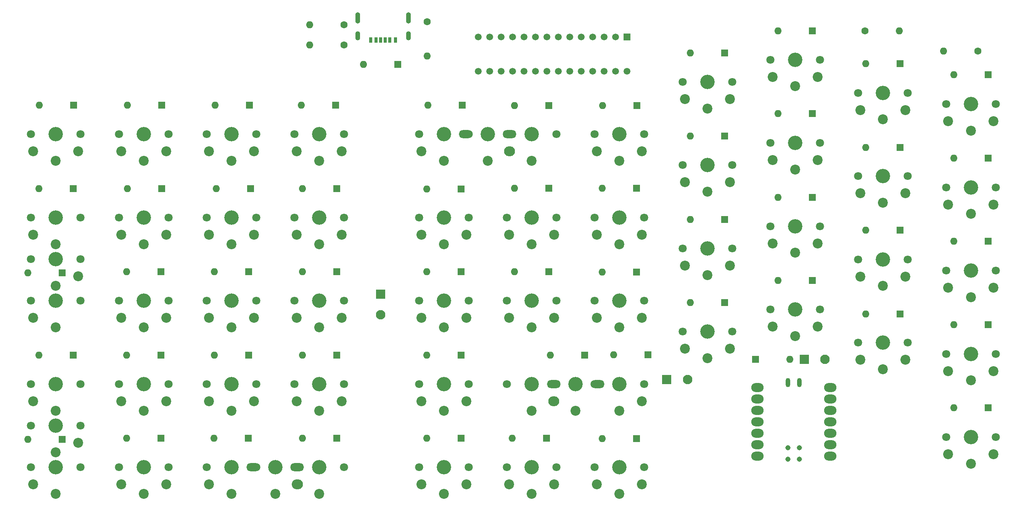
<source format=gts>
%TF.GenerationSoftware,KiCad,Pcbnew,(6.0.1)*%
%TF.CreationDate,2022-05-08T14:53:20-04:00*%
%TF.ProjectId,InductorSchem,496e6475-6374-46f7-9253-6368656d2e6b,1*%
%TF.SameCoordinates,Original*%
%TF.FileFunction,Soldermask,Top*%
%TF.FilePolarity,Negative*%
%FSLAX46Y46*%
G04 Gerber Fmt 4.6, Leading zero omitted, Abs format (unit mm)*
G04 Created by KiCad (PCBNEW (6.0.1)) date 2022-05-08 14:53:20*
%MOMM*%
%LPD*%
G01*
G04 APERTURE LIST*
G04 Aperture macros list*
%AMRoundRect*
0 Rectangle with rounded corners*
0 $1 Rounding radius*
0 $2 $3 $4 $5 $6 $7 $8 $9 X,Y pos of 4 corners*
0 Add a 4 corners polygon primitive as box body*
4,1,4,$2,$3,$4,$5,$6,$7,$8,$9,$2,$3,0*
0 Add four circle primitives for the rounded corners*
1,1,$1+$1,$2,$3*
1,1,$1+$1,$4,$5*
1,1,$1+$1,$6,$7*
1,1,$1+$1,$8,$9*
0 Add four rect primitives between the rounded corners*
20,1,$1+$1,$2,$3,$4,$5,0*
20,1,$1+$1,$4,$5,$6,$7,0*
20,1,$1+$1,$6,$7,$8,$9,0*
20,1,$1+$1,$8,$9,$2,$3,0*%
G04 Aperture macros list end*
%ADD10C,3.200000*%
%ADD11C,1.800000*%
%ADD12C,2.200000*%
%ADD13O,1.100000X2.500000*%
%ADD14O,1.100000X2.000000*%
%ADD15R,0.700000X1.200000*%
%ADD16R,0.760000X1.200000*%
%ADD17R,0.800000X1.200000*%
%ADD18O,3.050000X1.800000*%
%ADD19O,2.450000X2.200000*%
%ADD20R,1.600000X1.600000*%
%ADD21O,1.600000X1.600000*%
%ADD22RoundRect,0.250001X-0.799999X-0.799999X0.799999X-0.799999X0.799999X0.799999X-0.799999X0.799999X0*%
%ADD23C,2.100000*%
%ADD24C,1.600000*%
%ADD25O,2.748280X1.998980*%
%ADD26O,1.016000X2.032000*%
%ADD27C,1.143000*%
%ADD28R,1.498600X1.498600*%
%ADD29C,1.498600*%
%ADD30RoundRect,0.250001X-0.799999X0.799999X-0.799999X-0.799999X0.799999X-0.799999X0.799999X0.799999X0*%
G04 APERTURE END LIST*
D10*
%TO.C,SW54*%
X110858837Y-187250000D03*
D11*
X105358837Y-187250000D03*
X116358837Y-187250000D03*
D12*
X110858837Y-193150000D03*
X115858837Y-191050000D03*
%TD*%
D13*
%TO.C,J5*%
X177880000Y-96632500D03*
X189120000Y-96632500D03*
D14*
X177880000Y-100632500D03*
X189120000Y-100632500D03*
%TD*%
D15*
%TO.C,J1*%
X184000000Y-101582500D03*
D16*
X181980000Y-101582500D03*
D17*
X180750000Y-101582500D03*
D15*
X183000000Y-101582500D03*
D16*
X185020000Y-101582500D03*
D17*
X186250000Y-101582500D03*
D13*
X189120000Y-96632500D03*
X177880000Y-96632500D03*
D14*
X189120000Y-100632500D03*
X177880000Y-100632500D03*
%TD*%
D10*
%TO.C,SW3*%
X110858837Y-159500000D03*
D11*
X105358837Y-159500000D03*
X116358837Y-159500000D03*
D12*
X110858837Y-165400000D03*
X105858837Y-163300000D03*
%TD*%
D10*
%TO.C,SW53*%
X110858837Y-150250000D03*
D11*
X105358837Y-150250000D03*
X116358837Y-150250000D03*
D12*
X110858837Y-156150000D03*
X115858837Y-154050000D03*
%TD*%
D18*
%TO.C,SW73*%
X211600000Y-122500000D03*
D10*
X206750000Y-122500000D03*
D18*
X201875000Y-122500000D03*
D12*
X206750000Y-128400000D03*
D19*
X211625000Y-126300000D03*
%TD*%
D18*
%TO.C,SW68*%
X164458837Y-196500000D03*
D10*
X159608837Y-196500000D03*
D18*
X154733837Y-196500000D03*
D12*
X159608837Y-202400000D03*
D19*
X164483837Y-200300000D03*
%TD*%
D18*
%TO.C,SW29*%
X221400000Y-178000000D03*
D10*
X226250000Y-178000000D03*
D18*
X231125000Y-178000000D03*
D12*
X226250000Y-183900000D03*
D19*
X221375000Y-181800000D03*
%TD*%
D10*
%TO.C,SW24*%
X197000000Y-178000000D03*
D11*
X191500000Y-178000000D03*
X202500000Y-178000000D03*
D12*
X197000000Y-183900000D03*
X192000000Y-181800000D03*
%TD*%
D10*
%TO.C,SW51*%
X314000000Y-189791419D03*
D11*
X308500000Y-189791419D03*
X319500000Y-189791419D03*
D12*
X314000000Y-195691419D03*
X309000000Y-193591419D03*
%TD*%
D10*
%TO.C,SW44*%
X294500000Y-131804059D03*
D11*
X289000000Y-131804059D03*
X300000000Y-131804059D03*
D12*
X294500000Y-137704059D03*
X289500000Y-135604059D03*
%TD*%
D10*
%TO.C,SW23*%
X197000000Y-159500000D03*
D11*
X191500000Y-159500000D03*
X202500000Y-159500000D03*
D12*
X197000000Y-165400000D03*
X192000000Y-163300000D03*
%TD*%
D20*
%TO.C,D1*%
X266190000Y-172500000D03*
D21*
X273810000Y-172500000D03*
%TD*%
D10*
%TO.C,SW21*%
X197000000Y-122500000D03*
D11*
X191500000Y-122500000D03*
X202500000Y-122500000D03*
D12*
X197000000Y-128400000D03*
X192000000Y-126300000D03*
%TD*%
D22*
%TO.C,J3*%
X277000000Y-172500000D03*
D23*
X281600000Y-172500000D03*
%TD*%
D10*
%TO.C,SW40*%
X275000000Y-124426381D03*
D11*
X269500000Y-124426381D03*
X280500000Y-124426381D03*
D12*
X275000000Y-130326381D03*
X270000000Y-128226381D03*
%TD*%
D10*
%TO.C,SW47*%
X314000000Y-115791419D03*
D11*
X308500000Y-115791419D03*
X319500000Y-115791419D03*
D12*
X314000000Y-121691419D03*
X309000000Y-119591419D03*
%TD*%
D10*
%TO.C,SW25*%
X197000000Y-196500000D03*
D11*
X191500000Y-196500000D03*
X202500000Y-196500000D03*
D12*
X197000000Y-202400000D03*
X192000000Y-200300000D03*
%TD*%
D10*
%TO.C,SW37*%
X255500000Y-147858611D03*
D11*
X250000000Y-147858611D03*
X261000000Y-147858611D03*
D12*
X255500000Y-153758611D03*
X250500000Y-151658611D03*
%TD*%
D24*
%TO.C,R5*%
X290490000Y-99500000D03*
D21*
X298110000Y-99500000D03*
%TD*%
D10*
%TO.C,SW12*%
X149858837Y-141000000D03*
D11*
X144358837Y-141000000D03*
X155358837Y-141000000D03*
D12*
X149858837Y-146900000D03*
X144858837Y-144800000D03*
%TD*%
D10*
%TO.C,SW33*%
X236000000Y-159500000D03*
D11*
X230500000Y-159500000D03*
X241500000Y-159500000D03*
D12*
X236000000Y-165400000D03*
X231000000Y-163300000D03*
%TD*%
D20*
%TO.C,D54*%
X242310000Y-171500000D03*
D21*
X234690000Y-171500000D03*
%TD*%
D10*
%TO.C,SW49*%
X314000000Y-152791419D03*
D11*
X308500000Y-152791419D03*
X319500000Y-152791419D03*
D12*
X314000000Y-158691419D03*
X309000000Y-156591419D03*
%TD*%
D24*
%TO.C,R2*%
X174810000Y-98132500D03*
D21*
X167190000Y-98132500D03*
%TD*%
D25*
%TO.C,U1*%
X282781290Y-193999510D03*
X282781290Y-191459510D03*
X282781290Y-188919510D03*
X282781290Y-186379510D03*
X282781290Y-183839510D03*
X282781290Y-181299510D03*
X282781290Y-178759510D03*
X266616730Y-178759510D03*
X266616730Y-181299510D03*
X266616730Y-183839510D03*
X266616730Y-186379510D03*
X266616730Y-188919510D03*
X266616730Y-191459510D03*
X266616730Y-193999510D03*
D26*
X275914410Y-177681690D03*
X273364410Y-177681690D03*
D27*
X275915607Y-194685877D03*
X273375607Y-194685877D03*
X275915607Y-192145877D03*
X273375607Y-192145877D03*
%TD*%
D10*
%TO.C,SW28*%
X216500000Y-159500000D03*
D11*
X211000000Y-159500000D03*
X222000000Y-159500000D03*
D12*
X216500000Y-165400000D03*
X211500000Y-163300000D03*
%TD*%
D20*
%TO.C,D2*%
X186810000Y-107000000D03*
D21*
X179190000Y-107000000D03*
%TD*%
D10*
%TO.C,SW43*%
X294500000Y-113304059D03*
D11*
X289000000Y-113304059D03*
X300000000Y-113304059D03*
D12*
X294500000Y-119204059D03*
X289500000Y-117104059D03*
%TD*%
D10*
%TO.C,SW36*%
X255500000Y-129358611D03*
D11*
X250000000Y-129358611D03*
X261000000Y-129358611D03*
D12*
X255500000Y-135258611D03*
X250500000Y-133158611D03*
%TD*%
D10*
%TO.C,SW13*%
X149858837Y-159500000D03*
D11*
X144358837Y-159500000D03*
X155358837Y-159500000D03*
D12*
X149858837Y-165400000D03*
X144858837Y-163300000D03*
%TD*%
D10*
%TO.C,SW4*%
X110858837Y-178000000D03*
D11*
X105358837Y-178000000D03*
X116358837Y-178000000D03*
D12*
X110858837Y-183900000D03*
X105858837Y-181800000D03*
%TD*%
D24*
%TO.C,R4*%
X315600000Y-104000000D03*
D21*
X307980000Y-104000000D03*
%TD*%
D28*
%TO.C,U3*%
X237710000Y-100890000D03*
D29*
X235170000Y-100890000D03*
X232630000Y-100890000D03*
X230090000Y-100890000D03*
X227550000Y-100890000D03*
X225010000Y-100890000D03*
X222470000Y-100890000D03*
X219930000Y-100890000D03*
X217390000Y-100890000D03*
X214850000Y-100890000D03*
X212310000Y-100890000D03*
X209770000Y-100890000D03*
X207230000Y-100890000D03*
X204690000Y-100890000D03*
X204690000Y-108510000D03*
X207230000Y-108510000D03*
X209770000Y-108510000D03*
X212310000Y-108510000D03*
X214850000Y-108510000D03*
X217390000Y-108510000D03*
X219930000Y-108510000D03*
X222470000Y-108510000D03*
X225010000Y-108510000D03*
X227550000Y-108510000D03*
X230090000Y-108510000D03*
X232630000Y-108510000D03*
X235170000Y-108510000D03*
X237710000Y-108510000D03*
%TD*%
D22*
%TO.C,J4*%
X246500000Y-177000000D03*
D23*
X251100000Y-177000000D03*
%TD*%
D10*
%TO.C,SW31*%
X236000000Y-122500000D03*
D11*
X230500000Y-122500000D03*
X241500000Y-122500000D03*
D12*
X236000000Y-128400000D03*
X231000000Y-126300000D03*
%TD*%
D10*
%TO.C,SW30*%
X216500000Y-196500000D03*
D11*
X211000000Y-196500000D03*
X222000000Y-196500000D03*
D12*
X216500000Y-202400000D03*
X211500000Y-200300000D03*
%TD*%
D10*
%TO.C,SW42*%
X275000000Y-161426381D03*
D11*
X269500000Y-161426381D03*
X280500000Y-161426381D03*
D12*
X275000000Y-167326381D03*
X270000000Y-165226381D03*
%TD*%
D30*
%TO.C,J2*%
X183000000Y-158000000D03*
D23*
X183000000Y-162600000D03*
%TD*%
D10*
%TO.C,SW14*%
X149858837Y-178000000D03*
D11*
X144358837Y-178000000D03*
X155358837Y-178000000D03*
D12*
X149858837Y-183900000D03*
X144858837Y-181800000D03*
%TD*%
D10*
%TO.C,SW22*%
X197000000Y-141000000D03*
D11*
X191500000Y-141000000D03*
X202500000Y-141000000D03*
D12*
X197000000Y-146900000D03*
X192000000Y-144800000D03*
%TD*%
D10*
%TO.C,SW8*%
X130358837Y-159500000D03*
D11*
X124858837Y-159500000D03*
X135858837Y-159500000D03*
D12*
X130358837Y-165400000D03*
X125358837Y-163300000D03*
%TD*%
D24*
%TO.C,R3*%
X193300000Y-97490000D03*
D21*
X193300000Y-105110000D03*
%TD*%
D10*
%TO.C,SW11*%
X149858837Y-122500000D03*
D11*
X144358837Y-122500000D03*
X155358837Y-122500000D03*
D12*
X149858837Y-128400000D03*
X144858837Y-126300000D03*
%TD*%
D10*
%TO.C,SW15*%
X149858837Y-196500000D03*
D11*
X144358837Y-196500000D03*
X155358837Y-196500000D03*
D12*
X149858837Y-202400000D03*
X144858837Y-200300000D03*
%TD*%
D10*
%TO.C,SW19*%
X169358837Y-178000000D03*
D11*
X163858837Y-178000000D03*
X174858837Y-178000000D03*
D12*
X169358837Y-183900000D03*
X164358837Y-181800000D03*
%TD*%
D10*
%TO.C,SW20*%
X169358837Y-196500000D03*
D11*
X163858837Y-196500000D03*
X174858837Y-196500000D03*
D12*
X169358837Y-202400000D03*
X164358837Y-200300000D03*
%TD*%
D10*
%TO.C,SW5*%
X110858837Y-196500000D03*
D11*
X105358837Y-196500000D03*
X116358837Y-196500000D03*
D12*
X110858837Y-202400000D03*
X105858837Y-200300000D03*
%TD*%
D10*
%TO.C,SW16*%
X169358837Y-122500000D03*
D11*
X163858837Y-122500000D03*
X174858837Y-122500000D03*
D12*
X169358837Y-128400000D03*
X164358837Y-126300000D03*
%TD*%
D10*
%TO.C,SW1*%
X110858837Y-122510000D03*
D11*
X105358837Y-122510000D03*
X116358837Y-122510000D03*
D12*
X110858837Y-128410000D03*
X105858837Y-126310000D03*
%TD*%
D10*
%TO.C,SW32*%
X236000000Y-141000000D03*
D11*
X230500000Y-141000000D03*
X241500000Y-141000000D03*
D12*
X236000000Y-146900000D03*
X231000000Y-144800000D03*
%TD*%
D10*
%TO.C,SW35*%
X255500000Y-110858611D03*
D11*
X250000000Y-110858611D03*
X261000000Y-110858611D03*
D12*
X255500000Y-116758611D03*
X250500000Y-114658611D03*
%TD*%
D10*
%TO.C,SW46*%
X294500000Y-168804059D03*
D11*
X289000000Y-168804059D03*
X300000000Y-168804059D03*
D12*
X294500000Y-174704059D03*
X289500000Y-172604059D03*
%TD*%
D10*
%TO.C,SW10*%
X130358837Y-196500000D03*
D11*
X124858837Y-196500000D03*
X135858837Y-196500000D03*
D12*
X130358837Y-202400000D03*
X125358837Y-200300000D03*
%TD*%
D10*
%TO.C,SW2*%
X110868837Y-141000000D03*
D11*
X105368837Y-141000000D03*
X116368837Y-141000000D03*
D12*
X110868837Y-146900000D03*
X105868837Y-144800000D03*
%TD*%
D10*
%TO.C,SW34*%
X236000000Y-196500000D03*
D11*
X230500000Y-196500000D03*
X241500000Y-196500000D03*
D12*
X236000000Y-202400000D03*
X231000000Y-200300000D03*
%TD*%
D10*
%TO.C,SW27*%
X216500000Y-141000000D03*
D11*
X211000000Y-141000000D03*
X222000000Y-141000000D03*
D12*
X216500000Y-146900000D03*
X211500000Y-144800000D03*
%TD*%
D10*
%TO.C,SW39*%
X275000000Y-105926381D03*
D11*
X269500000Y-105926381D03*
X280500000Y-105926381D03*
D12*
X275000000Y-111826381D03*
X270000000Y-109726381D03*
%TD*%
D10*
%TO.C,SW48*%
X314000000Y-134291419D03*
D11*
X308500000Y-134291419D03*
X319500000Y-134291419D03*
D12*
X314000000Y-140191419D03*
X309000000Y-138091419D03*
%TD*%
D10*
%TO.C,SW50*%
X314000000Y-171291419D03*
D11*
X308500000Y-171291419D03*
X319500000Y-171291419D03*
D12*
X314000000Y-177191419D03*
X309000000Y-175091419D03*
%TD*%
D10*
%TO.C,SW26*%
X216500000Y-122500000D03*
D11*
X211000000Y-122500000D03*
X222000000Y-122500000D03*
D12*
X216500000Y-128400000D03*
X211500000Y-126300000D03*
%TD*%
D10*
%TO.C,SW18*%
X169358837Y-159500000D03*
D11*
X163858837Y-159500000D03*
X174858837Y-159500000D03*
D12*
X169358837Y-165400000D03*
X164358837Y-163300000D03*
%TD*%
D10*
%TO.C,SW7*%
X130358837Y-141000000D03*
D11*
X124858837Y-141000000D03*
X135858837Y-141000000D03*
D12*
X130358837Y-146900000D03*
X125358837Y-144800000D03*
%TD*%
D10*
%TO.C,SW41*%
X275000000Y-142926381D03*
D11*
X269500000Y-142926381D03*
X280500000Y-142926381D03*
D12*
X275000000Y-148826381D03*
X270000000Y-146726381D03*
%TD*%
D10*
%TO.C,SW6*%
X130358837Y-122500000D03*
D11*
X124858837Y-122500000D03*
X135858837Y-122500000D03*
D12*
X130358837Y-128400000D03*
X125358837Y-126300000D03*
%TD*%
D24*
%TO.C,R1*%
X174810000Y-102632500D03*
D21*
X167190000Y-102632500D03*
%TD*%
D10*
%TO.C,SW9*%
X130358837Y-178000000D03*
D11*
X124858837Y-178000000D03*
X135858837Y-178000000D03*
D12*
X130358837Y-183900000D03*
X125358837Y-181800000D03*
%TD*%
D10*
%TO.C,SW45*%
X294500000Y-150304059D03*
D11*
X289000000Y-150304059D03*
X300000000Y-150304059D03*
D12*
X294500000Y-156204059D03*
X289500000Y-154104059D03*
%TD*%
D10*
%TO.C,SW17*%
X169358837Y-141000000D03*
D11*
X163858837Y-141000000D03*
X174858837Y-141000000D03*
D12*
X169358837Y-146900000D03*
X164358837Y-144800000D03*
%TD*%
D10*
%TO.C,SW38*%
X255500000Y-166358611D03*
D11*
X250000000Y-166358611D03*
X261000000Y-166358611D03*
D12*
X255500000Y-172258611D03*
X250500000Y-170158611D03*
%TD*%
D10*
%TO.C,SW85*%
X255500000Y-147858611D03*
D11*
X261000000Y-147858611D03*
X250000000Y-147858611D03*
D12*
X255500000Y-153758611D03*
X260500000Y-151658611D03*
%TD*%
D10*
%TO.C,SW76*%
X216500000Y-178000000D03*
D11*
X222000000Y-178000000D03*
X211000000Y-178000000D03*
D12*
X216500000Y-183900000D03*
X221500000Y-181800000D03*
%TD*%
D10*
%TO.C,SW97*%
X314000000Y-152791419D03*
D11*
X319500000Y-152791419D03*
X308500000Y-152791419D03*
D12*
X314000000Y-158691419D03*
X319000000Y-156591419D03*
%TD*%
D10*
%TO.C,SW70*%
X197000000Y-159500000D03*
D11*
X202500000Y-159500000D03*
X191500000Y-159500000D03*
D12*
X197000000Y-165400000D03*
X202000000Y-163300000D03*
%TD*%
D20*
%TO.C,D30*%
X220310000Y-153000000D03*
D21*
X212690000Y-153000000D03*
%TD*%
D10*
%TO.C,SW99*%
X314000000Y-189791419D03*
D11*
X319500000Y-189791419D03*
X308500000Y-189791419D03*
D12*
X314000000Y-195691419D03*
X319000000Y-193591419D03*
%TD*%
D10*
%TO.C,SW86*%
X255500000Y-166358611D03*
D11*
X261000000Y-166358611D03*
X250000000Y-166358611D03*
D12*
X255500000Y-172258611D03*
X260500000Y-170158611D03*
%TD*%
D20*
%TO.C,D32*%
X228310000Y-171600000D03*
D21*
X220690000Y-171600000D03*
%TD*%
D20*
%TO.C,D53*%
X317810000Y-183300000D03*
D21*
X310190000Y-183300000D03*
%TD*%
D10*
%TO.C,SW66*%
X169358837Y-159500000D03*
D11*
X174858837Y-159500000D03*
X163858837Y-159500000D03*
D12*
X169358837Y-165400000D03*
X174358837Y-163300000D03*
%TD*%
D10*
%TO.C,SW80*%
X236000000Y-159500000D03*
D11*
X241500000Y-159500000D03*
X230500000Y-159500000D03*
D12*
X236000000Y-165400000D03*
X241000000Y-163300000D03*
%TD*%
D20*
%TO.C,D44*%
X278810000Y-155000000D03*
D21*
X271190000Y-155000000D03*
%TD*%
D20*
%TO.C,D5*%
X114713237Y-134549100D03*
D21*
X107093237Y-134549100D03*
%TD*%
D20*
%TO.C,D35*%
X239810000Y-153100000D03*
D21*
X232190000Y-153100000D03*
%TD*%
D20*
%TO.C,D52*%
X317810000Y-164800000D03*
D21*
X310190000Y-164800000D03*
%TD*%
D10*
%TO.C,SW94*%
X294500000Y-168804059D03*
D11*
X300000000Y-168804059D03*
X289000000Y-168804059D03*
D12*
X294500000Y-174704059D03*
X299500000Y-172604059D03*
%TD*%
D20*
%TO.C,D9*%
X134399837Y-134549100D03*
D21*
X126779837Y-134549100D03*
%TD*%
D20*
%TO.C,D12*%
X134213237Y-190049100D03*
D21*
X126593237Y-190049100D03*
%TD*%
D10*
%TO.C,SW56*%
X130358837Y-141000000D03*
D11*
X135858837Y-141000000D03*
X124858837Y-141000000D03*
D12*
X130358837Y-146900000D03*
X135358837Y-144800000D03*
%TD*%
D20*
%TO.C,D47*%
X298310000Y-143800000D03*
D21*
X290690000Y-143800000D03*
%TD*%
D20*
%TO.C,D23*%
X201113237Y-116049100D03*
D21*
X193493237Y-116049100D03*
%TD*%
D10*
%TO.C,SW60*%
X149858837Y-122500000D03*
D11*
X155358837Y-122500000D03*
X144358837Y-122500000D03*
D12*
X149858837Y-128400000D03*
X154858837Y-126300000D03*
%TD*%
D20*
%TO.C,D48*%
X298310000Y-162400000D03*
D21*
X290690000Y-162400000D03*
%TD*%
D20*
%TO.C,D37*%
X259310000Y-104400000D03*
D21*
X251690000Y-104400000D03*
%TD*%
D10*
%TO.C,SW62*%
X149858837Y-159500000D03*
D11*
X155358837Y-159500000D03*
X144358837Y-159500000D03*
D12*
X149858837Y-165400000D03*
X154858837Y-163300000D03*
%TD*%
D20*
%TO.C,D17*%
X153613237Y-190049100D03*
D21*
X145993237Y-190049100D03*
%TD*%
D10*
%TO.C,SW92*%
X294500000Y-131804059D03*
D11*
X300000000Y-131804059D03*
X289000000Y-131804059D03*
D12*
X294500000Y-137704059D03*
X299500000Y-135604059D03*
%TD*%
D20*
%TO.C,D46*%
X298310000Y-125400000D03*
D21*
X290690000Y-125400000D03*
%TD*%
D10*
%TO.C,SW57*%
X130358837Y-159500000D03*
D11*
X135858837Y-159500000D03*
X124858837Y-159500000D03*
D12*
X130358837Y-165400000D03*
X135358837Y-163300000D03*
%TD*%
D20*
%TO.C,D21*%
X173213237Y-171549100D03*
D21*
X165593237Y-171549100D03*
%TD*%
D20*
%TO.C,D18*%
X173013237Y-116049100D03*
D21*
X165393237Y-116049100D03*
%TD*%
D10*
%TO.C,SW81*%
X236000000Y-178000000D03*
D11*
X241500000Y-178000000D03*
X230500000Y-178000000D03*
D12*
X236000000Y-183900000D03*
X241000000Y-181800000D03*
%TD*%
D10*
%TO.C,SW98*%
X314000000Y-171291419D03*
D11*
X319500000Y-171291419D03*
X308500000Y-171291419D03*
D12*
X314000000Y-177191419D03*
X319000000Y-175091419D03*
%TD*%
D20*
%TO.C,D43*%
X278810000Y-136500000D03*
D21*
X271190000Y-136500000D03*
%TD*%
D10*
%TO.C,SW75*%
X216500000Y-159500000D03*
D11*
X222000000Y-159500000D03*
X211000000Y-159500000D03*
D12*
X216500000Y-165400000D03*
X221500000Y-163300000D03*
%TD*%
D20*
%TO.C,D38*%
X259310000Y-122900000D03*
D21*
X251690000Y-122900000D03*
%TD*%
D20*
%TO.C,D33*%
X239910000Y-116100000D03*
D21*
X232290000Y-116100000D03*
%TD*%
D20*
%TO.C,D10*%
X134213237Y-153049100D03*
D21*
X126593237Y-153049100D03*
%TD*%
D10*
%TO.C,SW84*%
X255500000Y-129358611D03*
D11*
X261000000Y-129358611D03*
X250000000Y-129358611D03*
D12*
X255500000Y-135258611D03*
X260500000Y-133158611D03*
%TD*%
D20*
%TO.C,D51*%
X317810000Y-146300000D03*
D21*
X310190000Y-146300000D03*
%TD*%
D20*
%TO.C,D40*%
X259310000Y-159900000D03*
D21*
X251690000Y-159900000D03*
%TD*%
D10*
%TO.C,SW77*%
X216500000Y-196500000D03*
D11*
X222000000Y-196500000D03*
X211000000Y-196500000D03*
D12*
X216500000Y-202400000D03*
X221500000Y-200300000D03*
%TD*%
D20*
%TO.C,D49*%
X317810000Y-109300000D03*
D21*
X310190000Y-109300000D03*
%TD*%
D20*
%TO.C,D42*%
X278810000Y-117900000D03*
D21*
X271190000Y-117900000D03*
%TD*%
D20*
%TO.C,D36*%
X239810000Y-190100000D03*
D21*
X232190000Y-190100000D03*
%TD*%
D10*
%TO.C,SW88*%
X275000000Y-124426381D03*
D11*
X280500000Y-124426381D03*
X269500000Y-124426381D03*
D12*
X275000000Y-130326381D03*
X280000000Y-128226381D03*
%TD*%
D10*
%TO.C,SW87*%
X275000000Y-105926381D03*
D11*
X280500000Y-105926381D03*
X269500000Y-105926381D03*
D12*
X275000000Y-111826381D03*
X280000000Y-109726381D03*
%TD*%
D10*
%TO.C,SW83*%
X255500000Y-110858611D03*
D11*
X261000000Y-110858611D03*
X250000000Y-110858611D03*
D12*
X255500000Y-116758611D03*
X260500000Y-114658611D03*
%TD*%
D20*
%TO.C,D45*%
X298310000Y-106800000D03*
D21*
X290690000Y-106800000D03*
%TD*%
D10*
%TO.C,SW96*%
X314000000Y-134291419D03*
D11*
X319500000Y-134291419D03*
X308500000Y-134291419D03*
D12*
X314000000Y-140191419D03*
X319000000Y-138091419D03*
%TD*%
D20*
%TO.C,D6*%
X114713237Y-171549100D03*
D21*
X107093237Y-171549100D03*
%TD*%
D10*
%TO.C,SW55*%
X130358837Y-122500000D03*
D11*
X135858837Y-122500000D03*
X124858837Y-122500000D03*
D12*
X130358837Y-128400000D03*
X135358837Y-126300000D03*
%TD*%
D20*
%TO.C,D7*%
X112310000Y-190300000D03*
D21*
X104690000Y-190300000D03*
%TD*%
D10*
%TO.C,SW89*%
X275000000Y-142926381D03*
D11*
X280500000Y-142926381D03*
X269500000Y-142926381D03*
D12*
X275000000Y-148826381D03*
X280000000Y-146726381D03*
%TD*%
D10*
%TO.C,SW63*%
X149858837Y-178000000D03*
D11*
X155358837Y-178000000D03*
X144358837Y-178000000D03*
D12*
X149858837Y-183900000D03*
X154858837Y-181800000D03*
%TD*%
D10*
%TO.C,SW95*%
X314000000Y-115791419D03*
D11*
X319500000Y-115791419D03*
X308500000Y-115791419D03*
D12*
X314000000Y-121691419D03*
X319000000Y-119591419D03*
%TD*%
D20*
%TO.C,D41*%
X278810000Y-99500000D03*
D21*
X271190000Y-99500000D03*
%TD*%
D10*
%TO.C,SW61*%
X149858837Y-141000000D03*
D11*
X155358837Y-141000000D03*
X144358837Y-141000000D03*
D12*
X149858837Y-146900000D03*
X154858837Y-144800000D03*
%TD*%
D10*
%TO.C,SW52*%
X110858837Y-122510000D03*
D11*
X116358837Y-122510000D03*
X105358837Y-122510000D03*
D12*
X110858837Y-128410000D03*
X115858837Y-126310000D03*
%TD*%
D20*
%TO.C,D4*%
X112310000Y-153300000D03*
D21*
X104690000Y-153300000D03*
%TD*%
D10*
%TO.C,SW72*%
X197000000Y-196500000D03*
D11*
X202500000Y-196500000D03*
X191500000Y-196500000D03*
D12*
X197000000Y-202400000D03*
X202000000Y-200300000D03*
%TD*%
D10*
%TO.C,SW67*%
X169358837Y-178000000D03*
D11*
X174858837Y-178000000D03*
X163858837Y-178000000D03*
D12*
X169358837Y-183900000D03*
X174358837Y-181800000D03*
%TD*%
D20*
%TO.C,D27*%
X200813237Y-190049100D03*
D21*
X193193237Y-190049100D03*
%TD*%
D10*
%TO.C,SW64*%
X169358837Y-122500000D03*
D11*
X174858837Y-122500000D03*
X163858837Y-122500000D03*
D12*
X169358837Y-128400000D03*
X174358837Y-126300000D03*
%TD*%
D10*
%TO.C,SW58*%
X130358837Y-178000000D03*
D11*
X135858837Y-178000000D03*
X124858837Y-178000000D03*
D12*
X130358837Y-183900000D03*
X135358837Y-181800000D03*
%TD*%
D20*
%TO.C,D50*%
X317810000Y-127800000D03*
D21*
X310190000Y-127800000D03*
%TD*%
D20*
%TO.C,D39*%
X259310000Y-141400000D03*
D21*
X251690000Y-141400000D03*
%TD*%
D20*
%TO.C,D3*%
X114813237Y-116049100D03*
D21*
X107193237Y-116049100D03*
%TD*%
D10*
%TO.C,SW93*%
X294500000Y-150304059D03*
D11*
X300000000Y-150304059D03*
X289000000Y-150304059D03*
D12*
X294500000Y-156204059D03*
X299500000Y-154104059D03*
%TD*%
D20*
%TO.C,D15*%
X153713237Y-153049100D03*
D21*
X146093237Y-153049100D03*
%TD*%
D10*
%TO.C,SW69*%
X197000000Y-141000000D03*
D11*
X202500000Y-141000000D03*
X191500000Y-141000000D03*
D12*
X197000000Y-146900000D03*
X202000000Y-144800000D03*
%TD*%
D20*
%TO.C,D28*%
X220310000Y-116100000D03*
D21*
X212690000Y-116100000D03*
%TD*%
D20*
%TO.C,D29*%
X220310000Y-134500000D03*
D21*
X212690000Y-134500000D03*
%TD*%
D20*
%TO.C,D25*%
X200810000Y-153049100D03*
D21*
X193190000Y-153049100D03*
%TD*%
D20*
%TO.C,D31*%
X219810000Y-190000000D03*
D21*
X212190000Y-190000000D03*
%TD*%
D20*
%TO.C,D24*%
X200813237Y-134649100D03*
D21*
X193193237Y-134649100D03*
%TD*%
D20*
%TO.C,D26*%
X200813237Y-171549100D03*
D21*
X193193237Y-171549100D03*
%TD*%
D10*
%TO.C,SW71*%
X197000000Y-178000000D03*
D11*
X202500000Y-178000000D03*
X191500000Y-178000000D03*
D12*
X197000000Y-183900000D03*
X202000000Y-181800000D03*
%TD*%
D20*
%TO.C,D8*%
X134399837Y-116049100D03*
D21*
X126779837Y-116049100D03*
%TD*%
D20*
%TO.C,D19*%
X173213237Y-134549100D03*
D21*
X165593237Y-134549100D03*
%TD*%
D20*
%TO.C,D13*%
X153813237Y-116049100D03*
D21*
X146193237Y-116049100D03*
%TD*%
D20*
%TO.C,D11*%
X134213237Y-171549100D03*
D21*
X126593237Y-171549100D03*
%TD*%
D10*
%TO.C,SW82*%
X236000000Y-196500000D03*
D11*
X241500000Y-196500000D03*
X230500000Y-196500000D03*
D12*
X236000000Y-202400000D03*
X241000000Y-200300000D03*
%TD*%
D20*
%TO.C,D20*%
X173213237Y-153049100D03*
D21*
X165593237Y-153049100D03*
%TD*%
D20*
%TO.C,D34*%
X239810000Y-134500000D03*
D21*
X232190000Y-134500000D03*
%TD*%
D10*
%TO.C,SW91*%
X294500000Y-113304059D03*
D11*
X300000000Y-113304059D03*
X289000000Y-113304059D03*
D12*
X294500000Y-119204059D03*
X299500000Y-117104059D03*
%TD*%
D10*
%TO.C,SW59*%
X130358837Y-196500000D03*
D11*
X135858837Y-196500000D03*
X124858837Y-196500000D03*
D12*
X130358837Y-202400000D03*
X135358837Y-200300000D03*
%TD*%
D10*
%TO.C,SW78*%
X236000000Y-122500000D03*
D11*
X241500000Y-122500000D03*
X230500000Y-122500000D03*
D12*
X236000000Y-128400000D03*
X241000000Y-126300000D03*
%TD*%
D10*
%TO.C,SW90*%
X275000000Y-161426381D03*
D11*
X280500000Y-161426381D03*
X269500000Y-161426381D03*
D12*
X275000000Y-167326381D03*
X280000000Y-165226381D03*
%TD*%
D20*
%TO.C,D14*%
X154113237Y-134549100D03*
D21*
X146493237Y-134549100D03*
%TD*%
D20*
%TO.C,D16*%
X153713237Y-171549100D03*
D21*
X146093237Y-171549100D03*
%TD*%
D10*
%TO.C,SW65*%
X169358837Y-141000000D03*
D11*
X174858837Y-141000000D03*
X163858837Y-141000000D03*
D12*
X169358837Y-146900000D03*
X174358837Y-144800000D03*
%TD*%
D10*
%TO.C,SW79*%
X236000000Y-141000000D03*
D11*
X241500000Y-141000000D03*
X230500000Y-141000000D03*
D12*
X236000000Y-146900000D03*
X241000000Y-144800000D03*
%TD*%
D20*
%TO.C,D22*%
X173213237Y-190049100D03*
D21*
X165593237Y-190049100D03*
%TD*%
D10*
%TO.C,SW74*%
X216500000Y-141000000D03*
D11*
X222000000Y-141000000D03*
X211000000Y-141000000D03*
D12*
X216500000Y-146900000D03*
X221500000Y-144800000D03*
%TD*%
M02*

</source>
